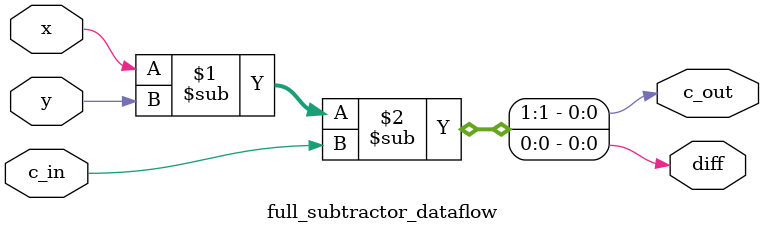
<source format=v>
`timescale 1ns / 1ps

module full_subtractor_dataflow(x, y, c_in, diff, c_out);
// I/O port declarations
input x, y, c_in;
output diff, c_out;
// specify the function of a full adder
  assign {c_out, diff} = x - y - c_in;
endmodule
</source>
